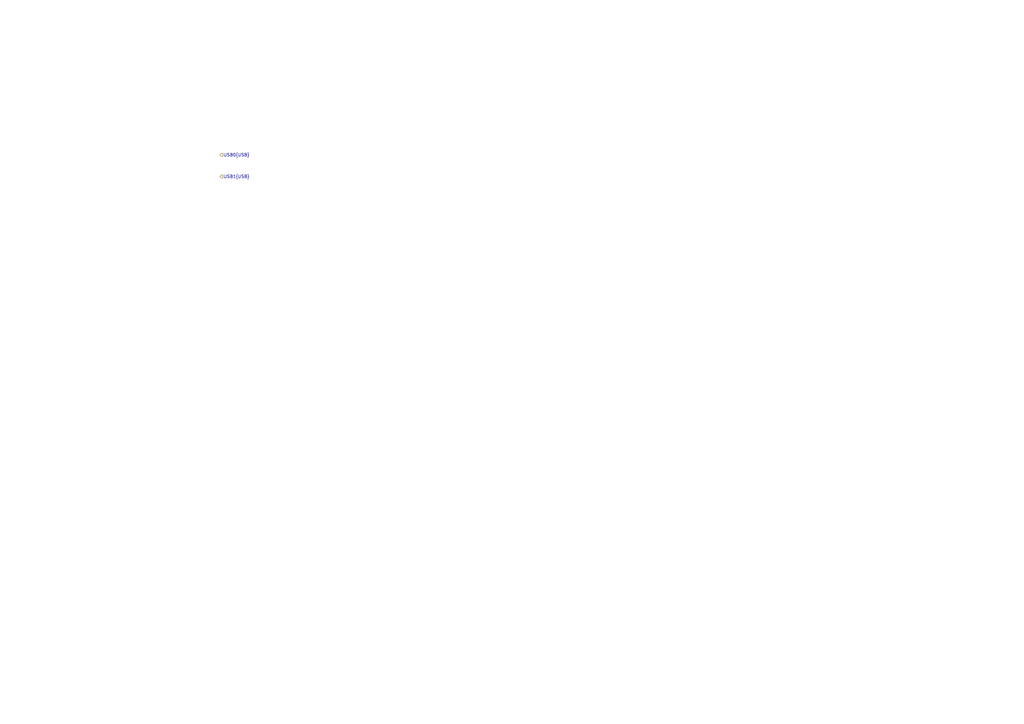
<source format=kicad_sch>
(kicad_sch
	(version 20250114)
	(generator "eeschema")
	(generator_version "9.0")
	(uuid "404a36f3-0e23-4fbf-960a-1eef8a3f3716")
	(paper "A3")
	(title_block
		(title "BMC Reference Carrier Board")
		(rev "1.0.0")
	)
	(lib_symbols)
	(hierarchical_label "USB1{USB}"
		(shape input)
		(at 90.17 72.39 0)
		(effects
			(font
				(size 1.27 1.27)
			)
			(justify left)
		)
		(uuid "2c5a861c-9106-4b34-b86a-51eef1860f43")
	)
	(hierarchical_label "USB0{USB}"
		(shape input)
		(at 90.17 63.5 0)
		(effects
			(font
				(size 1.27 1.27)
			)
			(justify left)
		)
		(uuid "aa8b64ee-0126-49d2-8fec-52152679bb21")
	)
)

</source>
